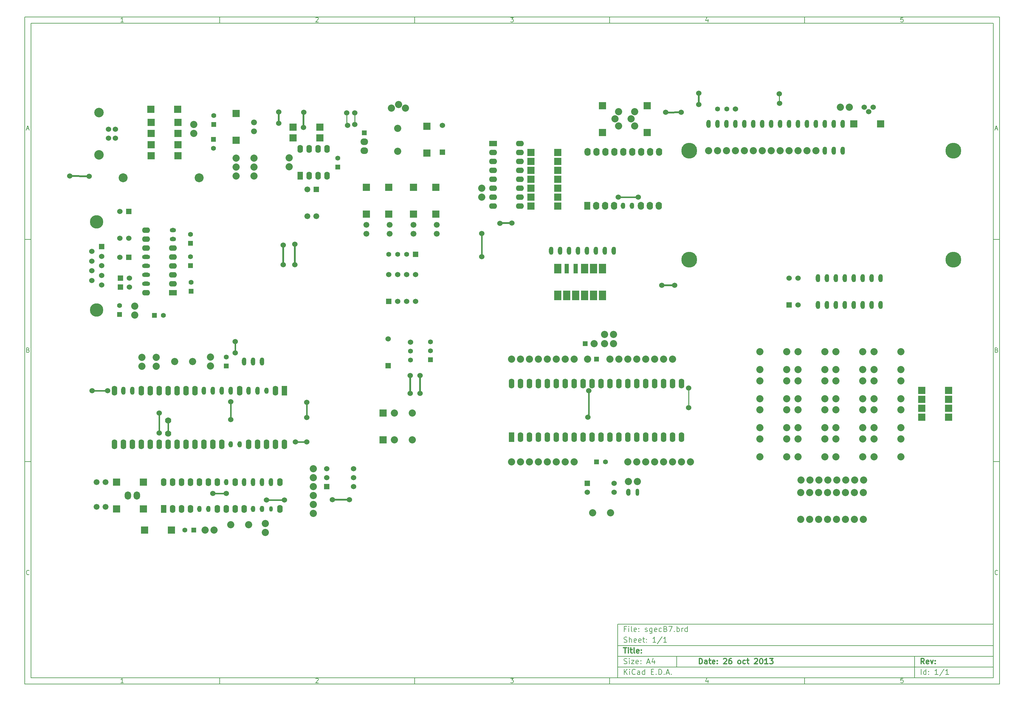
<source format=gtl>
G04 (created by PCBNEW-RS274X (2011-04-29 BZR 2986)-stable) date 10/26/2013 1:24:24 PM*
G01*
G70*
G90*
%MOIN*%
G04 Gerber Fmt 3.4, Leading zero omitted, Abs format*
%FSLAX34Y34*%
G04 APERTURE LIST*
%ADD10C,0.006000*%
%ADD11C,0.012000*%
%ADD12R,0.062000X0.110000*%
%ADD13O,0.062000X0.110000*%
%ADD14O,0.050000X0.070000*%
%ADD15O,0.050000X0.090000*%
%ADD16C,0.000400*%
%ADD17C,0.060000*%
%ADD18R,0.060000X0.060000*%
%ADD19C,0.080000*%
%ADD20O,0.050000X0.080000*%
%ADD21O,0.040000X0.080000*%
%ADD22R,0.080000X0.080000*%
%ADD23C,0.055000*%
%ADD24C,0.106300*%
%ADD25R,0.080000X0.110000*%
%ADD26R,0.050000X0.110000*%
%ADD27C,0.066000*%
%ADD28R,0.055000X0.055000*%
%ADD29C,0.177200*%
%ADD30C,0.100000*%
%ADD31O,0.070000X0.090000*%
%ADD32R,0.070000X0.090000*%
%ADD33R,0.062000X0.090000*%
%ADD34O,0.062000X0.090000*%
%ADD35O,0.040000X0.060000*%
%ADD36R,0.090000X0.062000*%
%ADD37O,0.090000X0.062000*%
%ADD38O,0.070000X0.050000*%
%ADD39O,0.090000X0.050000*%
%ADD40C,0.150000*%
%ADD41O,0.072000X0.092000*%
%ADD42O,0.085000X0.075000*%
%ADD43C,0.070000*%
%ADD44C,0.020000*%
%ADD45C,0.015000*%
%ADD46C,0.010000*%
G04 APERTURE END LIST*
G54D10*
X04000Y-04000D02*
X113000Y-04000D01*
X113000Y-78670D01*
X04000Y-78670D01*
X04000Y-04000D01*
X04700Y-04700D02*
X112300Y-04700D01*
X112300Y-77970D01*
X04700Y-77970D01*
X04700Y-04700D01*
X25800Y-04000D02*
X25800Y-04700D01*
X15043Y-04552D02*
X14757Y-04552D01*
X14900Y-04552D02*
X14900Y-04052D01*
X14852Y-04124D01*
X14805Y-04171D01*
X14757Y-04195D01*
X25800Y-78670D02*
X25800Y-77970D01*
X15043Y-78522D02*
X14757Y-78522D01*
X14900Y-78522D02*
X14900Y-78022D01*
X14852Y-78094D01*
X14805Y-78141D01*
X14757Y-78165D01*
X47600Y-04000D02*
X47600Y-04700D01*
X36557Y-04100D02*
X36581Y-04076D01*
X36629Y-04052D01*
X36748Y-04052D01*
X36795Y-04076D01*
X36819Y-04100D01*
X36843Y-04148D01*
X36843Y-04195D01*
X36819Y-04267D01*
X36533Y-04552D01*
X36843Y-04552D01*
X47600Y-78670D02*
X47600Y-77970D01*
X36557Y-78070D02*
X36581Y-78046D01*
X36629Y-78022D01*
X36748Y-78022D01*
X36795Y-78046D01*
X36819Y-78070D01*
X36843Y-78118D01*
X36843Y-78165D01*
X36819Y-78237D01*
X36533Y-78522D01*
X36843Y-78522D01*
X69400Y-04000D02*
X69400Y-04700D01*
X58333Y-04052D02*
X58643Y-04052D01*
X58476Y-04243D01*
X58548Y-04243D01*
X58595Y-04267D01*
X58619Y-04290D01*
X58643Y-04338D01*
X58643Y-04457D01*
X58619Y-04505D01*
X58595Y-04529D01*
X58548Y-04552D01*
X58405Y-04552D01*
X58357Y-04529D01*
X58333Y-04505D01*
X69400Y-78670D02*
X69400Y-77970D01*
X58333Y-78022D02*
X58643Y-78022D01*
X58476Y-78213D01*
X58548Y-78213D01*
X58595Y-78237D01*
X58619Y-78260D01*
X58643Y-78308D01*
X58643Y-78427D01*
X58619Y-78475D01*
X58595Y-78499D01*
X58548Y-78522D01*
X58405Y-78522D01*
X58357Y-78499D01*
X58333Y-78475D01*
X91200Y-04000D02*
X91200Y-04700D01*
X80395Y-04219D02*
X80395Y-04552D01*
X80276Y-04029D02*
X80157Y-04386D01*
X80467Y-04386D01*
X91200Y-78670D02*
X91200Y-77970D01*
X80395Y-78189D02*
X80395Y-78522D01*
X80276Y-77999D02*
X80157Y-78356D01*
X80467Y-78356D01*
X102219Y-04052D02*
X101981Y-04052D01*
X101957Y-04290D01*
X101981Y-04267D01*
X102029Y-04243D01*
X102148Y-04243D01*
X102195Y-04267D01*
X102219Y-04290D01*
X102243Y-04338D01*
X102243Y-04457D01*
X102219Y-04505D01*
X102195Y-04529D01*
X102148Y-04552D01*
X102029Y-04552D01*
X101981Y-04529D01*
X101957Y-04505D01*
X102219Y-78022D02*
X101981Y-78022D01*
X101957Y-78260D01*
X101981Y-78237D01*
X102029Y-78213D01*
X102148Y-78213D01*
X102195Y-78237D01*
X102219Y-78260D01*
X102243Y-78308D01*
X102243Y-78427D01*
X102219Y-78475D01*
X102195Y-78499D01*
X102148Y-78522D01*
X102029Y-78522D01*
X101981Y-78499D01*
X101957Y-78475D01*
X04000Y-28890D02*
X04700Y-28890D01*
X04231Y-16510D02*
X04469Y-16510D01*
X04184Y-16652D02*
X04350Y-16152D01*
X04517Y-16652D01*
X113000Y-28890D02*
X112300Y-28890D01*
X112531Y-16510D02*
X112769Y-16510D01*
X112484Y-16652D02*
X112650Y-16152D01*
X112817Y-16652D01*
X04000Y-53780D02*
X04700Y-53780D01*
X04386Y-41280D02*
X04457Y-41304D01*
X04481Y-41328D01*
X04505Y-41376D01*
X04505Y-41447D01*
X04481Y-41495D01*
X04457Y-41519D01*
X04410Y-41542D01*
X04219Y-41542D01*
X04219Y-41042D01*
X04386Y-41042D01*
X04433Y-41066D01*
X04457Y-41090D01*
X04481Y-41138D01*
X04481Y-41185D01*
X04457Y-41233D01*
X04433Y-41257D01*
X04386Y-41280D01*
X04219Y-41280D01*
X113000Y-53780D02*
X112300Y-53780D01*
X112686Y-41280D02*
X112757Y-41304D01*
X112781Y-41328D01*
X112805Y-41376D01*
X112805Y-41447D01*
X112781Y-41495D01*
X112757Y-41519D01*
X112710Y-41542D01*
X112519Y-41542D01*
X112519Y-41042D01*
X112686Y-41042D01*
X112733Y-41066D01*
X112757Y-41090D01*
X112781Y-41138D01*
X112781Y-41185D01*
X112757Y-41233D01*
X112733Y-41257D01*
X112686Y-41280D01*
X112519Y-41280D01*
X04505Y-66385D02*
X04481Y-66409D01*
X04410Y-66432D01*
X04362Y-66432D01*
X04290Y-66409D01*
X04243Y-66361D01*
X04219Y-66313D01*
X04195Y-66218D01*
X04195Y-66147D01*
X04219Y-66051D01*
X04243Y-66004D01*
X04290Y-65956D01*
X04362Y-65932D01*
X04410Y-65932D01*
X04481Y-65956D01*
X04505Y-65980D01*
X112805Y-66385D02*
X112781Y-66409D01*
X112710Y-66432D01*
X112662Y-66432D01*
X112590Y-66409D01*
X112543Y-66361D01*
X112519Y-66313D01*
X112495Y-66218D01*
X112495Y-66147D01*
X112519Y-66051D01*
X112543Y-66004D01*
X112590Y-65956D01*
X112662Y-65932D01*
X112710Y-65932D01*
X112781Y-65956D01*
X112805Y-65980D01*
G54D11*
X79443Y-76413D02*
X79443Y-75813D01*
X79586Y-75813D01*
X79671Y-75841D01*
X79729Y-75899D01*
X79757Y-75956D01*
X79786Y-76070D01*
X79786Y-76156D01*
X79757Y-76270D01*
X79729Y-76327D01*
X79671Y-76384D01*
X79586Y-76413D01*
X79443Y-76413D01*
X80300Y-76413D02*
X80300Y-76099D01*
X80271Y-76041D01*
X80214Y-76013D01*
X80100Y-76013D01*
X80043Y-76041D01*
X80300Y-76384D02*
X80243Y-76413D01*
X80100Y-76413D01*
X80043Y-76384D01*
X80014Y-76327D01*
X80014Y-76270D01*
X80043Y-76213D01*
X80100Y-76184D01*
X80243Y-76184D01*
X80300Y-76156D01*
X80500Y-76013D02*
X80729Y-76013D01*
X80586Y-75813D02*
X80586Y-76327D01*
X80614Y-76384D01*
X80672Y-76413D01*
X80729Y-76413D01*
X81157Y-76384D02*
X81100Y-76413D01*
X80986Y-76413D01*
X80929Y-76384D01*
X80900Y-76327D01*
X80900Y-76099D01*
X80929Y-76041D01*
X80986Y-76013D01*
X81100Y-76013D01*
X81157Y-76041D01*
X81186Y-76099D01*
X81186Y-76156D01*
X80900Y-76213D01*
X81443Y-76356D02*
X81471Y-76384D01*
X81443Y-76413D01*
X81414Y-76384D01*
X81443Y-76356D01*
X81443Y-76413D01*
X81443Y-76041D02*
X81471Y-76070D01*
X81443Y-76099D01*
X81414Y-76070D01*
X81443Y-76041D01*
X81443Y-76099D01*
X82157Y-75870D02*
X82186Y-75841D01*
X82243Y-75813D01*
X82386Y-75813D01*
X82443Y-75841D01*
X82472Y-75870D01*
X82500Y-75927D01*
X82500Y-75984D01*
X82472Y-76070D01*
X82129Y-76413D01*
X82500Y-76413D01*
X83014Y-75813D02*
X82900Y-75813D01*
X82843Y-75841D01*
X82814Y-75870D01*
X82757Y-75956D01*
X82728Y-76070D01*
X82728Y-76299D01*
X82757Y-76356D01*
X82785Y-76384D01*
X82843Y-76413D01*
X82957Y-76413D01*
X83014Y-76384D01*
X83043Y-76356D01*
X83071Y-76299D01*
X83071Y-76156D01*
X83043Y-76099D01*
X83014Y-76070D01*
X82957Y-76041D01*
X82843Y-76041D01*
X82785Y-76070D01*
X82757Y-76099D01*
X82728Y-76156D01*
X83871Y-76413D02*
X83813Y-76384D01*
X83785Y-76356D01*
X83756Y-76299D01*
X83756Y-76127D01*
X83785Y-76070D01*
X83813Y-76041D01*
X83871Y-76013D01*
X83956Y-76013D01*
X84013Y-76041D01*
X84042Y-76070D01*
X84071Y-76127D01*
X84071Y-76299D01*
X84042Y-76356D01*
X84013Y-76384D01*
X83956Y-76413D01*
X83871Y-76413D01*
X84585Y-76384D02*
X84528Y-76413D01*
X84414Y-76413D01*
X84356Y-76384D01*
X84328Y-76356D01*
X84299Y-76299D01*
X84299Y-76127D01*
X84328Y-76070D01*
X84356Y-76041D01*
X84414Y-76013D01*
X84528Y-76013D01*
X84585Y-76041D01*
X84756Y-76013D02*
X84985Y-76013D01*
X84842Y-75813D02*
X84842Y-76327D01*
X84870Y-76384D01*
X84928Y-76413D01*
X84985Y-76413D01*
X85613Y-75870D02*
X85642Y-75841D01*
X85699Y-75813D01*
X85842Y-75813D01*
X85899Y-75841D01*
X85928Y-75870D01*
X85956Y-75927D01*
X85956Y-75984D01*
X85928Y-76070D01*
X85585Y-76413D01*
X85956Y-76413D01*
X86327Y-75813D02*
X86384Y-75813D01*
X86441Y-75841D01*
X86470Y-75870D01*
X86499Y-75927D01*
X86527Y-76041D01*
X86527Y-76184D01*
X86499Y-76299D01*
X86470Y-76356D01*
X86441Y-76384D01*
X86384Y-76413D01*
X86327Y-76413D01*
X86270Y-76384D01*
X86241Y-76356D01*
X86213Y-76299D01*
X86184Y-76184D01*
X86184Y-76041D01*
X86213Y-75927D01*
X86241Y-75870D01*
X86270Y-75841D01*
X86327Y-75813D01*
X87098Y-76413D02*
X86755Y-76413D01*
X86927Y-76413D02*
X86927Y-75813D01*
X86870Y-75899D01*
X86812Y-75956D01*
X86755Y-75984D01*
X87298Y-75813D02*
X87669Y-75813D01*
X87469Y-76041D01*
X87555Y-76041D01*
X87612Y-76070D01*
X87641Y-76099D01*
X87669Y-76156D01*
X87669Y-76299D01*
X87641Y-76356D01*
X87612Y-76384D01*
X87555Y-76413D01*
X87383Y-76413D01*
X87326Y-76384D01*
X87298Y-76356D01*
G54D10*
X71043Y-77613D02*
X71043Y-77013D01*
X71386Y-77613D02*
X71129Y-77270D01*
X71386Y-77013D02*
X71043Y-77356D01*
X71643Y-77613D02*
X71643Y-77213D01*
X71643Y-77013D02*
X71614Y-77041D01*
X71643Y-77070D01*
X71671Y-77041D01*
X71643Y-77013D01*
X71643Y-77070D01*
X72272Y-77556D02*
X72243Y-77584D01*
X72157Y-77613D01*
X72100Y-77613D01*
X72015Y-77584D01*
X71957Y-77527D01*
X71929Y-77470D01*
X71900Y-77356D01*
X71900Y-77270D01*
X71929Y-77156D01*
X71957Y-77099D01*
X72015Y-77041D01*
X72100Y-77013D01*
X72157Y-77013D01*
X72243Y-77041D01*
X72272Y-77070D01*
X72786Y-77613D02*
X72786Y-77299D01*
X72757Y-77241D01*
X72700Y-77213D01*
X72586Y-77213D01*
X72529Y-77241D01*
X72786Y-77584D02*
X72729Y-77613D01*
X72586Y-77613D01*
X72529Y-77584D01*
X72500Y-77527D01*
X72500Y-77470D01*
X72529Y-77413D01*
X72586Y-77384D01*
X72729Y-77384D01*
X72786Y-77356D01*
X73329Y-77613D02*
X73329Y-77013D01*
X73329Y-77584D02*
X73272Y-77613D01*
X73158Y-77613D01*
X73100Y-77584D01*
X73072Y-77556D01*
X73043Y-77499D01*
X73043Y-77327D01*
X73072Y-77270D01*
X73100Y-77241D01*
X73158Y-77213D01*
X73272Y-77213D01*
X73329Y-77241D01*
X74072Y-77299D02*
X74272Y-77299D01*
X74358Y-77613D02*
X74072Y-77613D01*
X74072Y-77013D01*
X74358Y-77013D01*
X74615Y-77556D02*
X74643Y-77584D01*
X74615Y-77613D01*
X74586Y-77584D01*
X74615Y-77556D01*
X74615Y-77613D01*
X74901Y-77613D02*
X74901Y-77013D01*
X75044Y-77013D01*
X75129Y-77041D01*
X75187Y-77099D01*
X75215Y-77156D01*
X75244Y-77270D01*
X75244Y-77356D01*
X75215Y-77470D01*
X75187Y-77527D01*
X75129Y-77584D01*
X75044Y-77613D01*
X74901Y-77613D01*
X75501Y-77556D02*
X75529Y-77584D01*
X75501Y-77613D01*
X75472Y-77584D01*
X75501Y-77556D01*
X75501Y-77613D01*
X75758Y-77441D02*
X76044Y-77441D01*
X75701Y-77613D02*
X75901Y-77013D01*
X76101Y-77613D01*
X76301Y-77556D02*
X76329Y-77584D01*
X76301Y-77613D01*
X76272Y-77584D01*
X76301Y-77556D01*
X76301Y-77613D01*
G54D11*
X104586Y-76413D02*
X104386Y-76127D01*
X104243Y-76413D02*
X104243Y-75813D01*
X104471Y-75813D01*
X104529Y-75841D01*
X104557Y-75870D01*
X104586Y-75927D01*
X104586Y-76013D01*
X104557Y-76070D01*
X104529Y-76099D01*
X104471Y-76127D01*
X104243Y-76127D01*
X105071Y-76384D02*
X105014Y-76413D01*
X104900Y-76413D01*
X104843Y-76384D01*
X104814Y-76327D01*
X104814Y-76099D01*
X104843Y-76041D01*
X104900Y-76013D01*
X105014Y-76013D01*
X105071Y-76041D01*
X105100Y-76099D01*
X105100Y-76156D01*
X104814Y-76213D01*
X105300Y-76013D02*
X105443Y-76413D01*
X105585Y-76013D01*
X105814Y-76356D02*
X105842Y-76384D01*
X105814Y-76413D01*
X105785Y-76384D01*
X105814Y-76356D01*
X105814Y-76413D01*
X105814Y-76041D02*
X105842Y-76070D01*
X105814Y-76099D01*
X105785Y-76070D01*
X105814Y-76041D01*
X105814Y-76099D01*
G54D10*
X71014Y-76384D02*
X71100Y-76413D01*
X71243Y-76413D01*
X71300Y-76384D01*
X71329Y-76356D01*
X71357Y-76299D01*
X71357Y-76241D01*
X71329Y-76184D01*
X71300Y-76156D01*
X71243Y-76127D01*
X71129Y-76099D01*
X71071Y-76070D01*
X71043Y-76041D01*
X71014Y-75984D01*
X71014Y-75927D01*
X71043Y-75870D01*
X71071Y-75841D01*
X71129Y-75813D01*
X71271Y-75813D01*
X71357Y-75841D01*
X71614Y-76413D02*
X71614Y-76013D01*
X71614Y-75813D02*
X71585Y-75841D01*
X71614Y-75870D01*
X71642Y-75841D01*
X71614Y-75813D01*
X71614Y-75870D01*
X71843Y-76013D02*
X72157Y-76013D01*
X71843Y-76413D01*
X72157Y-76413D01*
X72614Y-76384D02*
X72557Y-76413D01*
X72443Y-76413D01*
X72386Y-76384D01*
X72357Y-76327D01*
X72357Y-76099D01*
X72386Y-76041D01*
X72443Y-76013D01*
X72557Y-76013D01*
X72614Y-76041D01*
X72643Y-76099D01*
X72643Y-76156D01*
X72357Y-76213D01*
X72900Y-76356D02*
X72928Y-76384D01*
X72900Y-76413D01*
X72871Y-76384D01*
X72900Y-76356D01*
X72900Y-76413D01*
X72900Y-76041D02*
X72928Y-76070D01*
X72900Y-76099D01*
X72871Y-76070D01*
X72900Y-76041D01*
X72900Y-76099D01*
X73614Y-76241D02*
X73900Y-76241D01*
X73557Y-76413D02*
X73757Y-75813D01*
X73957Y-76413D01*
X74414Y-76013D02*
X74414Y-76413D01*
X74271Y-75784D02*
X74128Y-76213D01*
X74500Y-76213D01*
X104243Y-77613D02*
X104243Y-77013D01*
X104786Y-77613D02*
X104786Y-77013D01*
X104786Y-77584D02*
X104729Y-77613D01*
X104615Y-77613D01*
X104557Y-77584D01*
X104529Y-77556D01*
X104500Y-77499D01*
X104500Y-77327D01*
X104529Y-77270D01*
X104557Y-77241D01*
X104615Y-77213D01*
X104729Y-77213D01*
X104786Y-77241D01*
X105072Y-77556D02*
X105100Y-77584D01*
X105072Y-77613D01*
X105043Y-77584D01*
X105072Y-77556D01*
X105072Y-77613D01*
X105072Y-77241D02*
X105100Y-77270D01*
X105072Y-77299D01*
X105043Y-77270D01*
X105072Y-77241D01*
X105072Y-77299D01*
X106129Y-77613D02*
X105786Y-77613D01*
X105958Y-77613D02*
X105958Y-77013D01*
X105901Y-77099D01*
X105843Y-77156D01*
X105786Y-77184D01*
X106814Y-76984D02*
X106300Y-77756D01*
X107329Y-77613D02*
X106986Y-77613D01*
X107158Y-77613D02*
X107158Y-77013D01*
X107101Y-77099D01*
X107043Y-77156D01*
X106986Y-77184D01*
G54D11*
X70957Y-74613D02*
X71300Y-74613D01*
X71129Y-75213D02*
X71129Y-74613D01*
X71500Y-75213D02*
X71500Y-74813D01*
X71500Y-74613D02*
X71471Y-74641D01*
X71500Y-74670D01*
X71528Y-74641D01*
X71500Y-74613D01*
X71500Y-74670D01*
X71700Y-74813D02*
X71929Y-74813D01*
X71786Y-74613D02*
X71786Y-75127D01*
X71814Y-75184D01*
X71872Y-75213D01*
X71929Y-75213D01*
X72215Y-75213D02*
X72157Y-75184D01*
X72129Y-75127D01*
X72129Y-74613D01*
X72671Y-75184D02*
X72614Y-75213D01*
X72500Y-75213D01*
X72443Y-75184D01*
X72414Y-75127D01*
X72414Y-74899D01*
X72443Y-74841D01*
X72500Y-74813D01*
X72614Y-74813D01*
X72671Y-74841D01*
X72700Y-74899D01*
X72700Y-74956D01*
X72414Y-75013D01*
X72957Y-75156D02*
X72985Y-75184D01*
X72957Y-75213D01*
X72928Y-75184D01*
X72957Y-75156D01*
X72957Y-75213D01*
X72957Y-74841D02*
X72985Y-74870D01*
X72957Y-74899D01*
X72928Y-74870D01*
X72957Y-74841D01*
X72957Y-74899D01*
G54D10*
X71243Y-72499D02*
X71043Y-72499D01*
X71043Y-72813D02*
X71043Y-72213D01*
X71329Y-72213D01*
X71557Y-72813D02*
X71557Y-72413D01*
X71557Y-72213D02*
X71528Y-72241D01*
X71557Y-72270D01*
X71585Y-72241D01*
X71557Y-72213D01*
X71557Y-72270D01*
X71929Y-72813D02*
X71871Y-72784D01*
X71843Y-72727D01*
X71843Y-72213D01*
X72385Y-72784D02*
X72328Y-72813D01*
X72214Y-72813D01*
X72157Y-72784D01*
X72128Y-72727D01*
X72128Y-72499D01*
X72157Y-72441D01*
X72214Y-72413D01*
X72328Y-72413D01*
X72385Y-72441D01*
X72414Y-72499D01*
X72414Y-72556D01*
X72128Y-72613D01*
X72671Y-72756D02*
X72699Y-72784D01*
X72671Y-72813D01*
X72642Y-72784D01*
X72671Y-72756D01*
X72671Y-72813D01*
X72671Y-72441D02*
X72699Y-72470D01*
X72671Y-72499D01*
X72642Y-72470D01*
X72671Y-72441D01*
X72671Y-72499D01*
X73385Y-72784D02*
X73442Y-72813D01*
X73557Y-72813D01*
X73614Y-72784D01*
X73642Y-72727D01*
X73642Y-72699D01*
X73614Y-72641D01*
X73557Y-72613D01*
X73471Y-72613D01*
X73414Y-72584D01*
X73385Y-72527D01*
X73385Y-72499D01*
X73414Y-72441D01*
X73471Y-72413D01*
X73557Y-72413D01*
X73614Y-72441D01*
X74157Y-72413D02*
X74157Y-72899D01*
X74128Y-72956D01*
X74100Y-72984D01*
X74043Y-73013D01*
X73957Y-73013D01*
X73900Y-72984D01*
X74157Y-72784D02*
X74100Y-72813D01*
X73986Y-72813D01*
X73928Y-72784D01*
X73900Y-72756D01*
X73871Y-72699D01*
X73871Y-72527D01*
X73900Y-72470D01*
X73928Y-72441D01*
X73986Y-72413D01*
X74100Y-72413D01*
X74157Y-72441D01*
X74671Y-72784D02*
X74614Y-72813D01*
X74500Y-72813D01*
X74443Y-72784D01*
X74414Y-72727D01*
X74414Y-72499D01*
X74443Y-72441D01*
X74500Y-72413D01*
X74614Y-72413D01*
X74671Y-72441D01*
X74700Y-72499D01*
X74700Y-72556D01*
X74414Y-72613D01*
X75214Y-72784D02*
X75157Y-72813D01*
X75043Y-72813D01*
X74985Y-72784D01*
X74957Y-72756D01*
X74928Y-72699D01*
X74928Y-72527D01*
X74957Y-72470D01*
X74985Y-72441D01*
X75043Y-72413D01*
X75157Y-72413D01*
X75214Y-72441D01*
X75671Y-72499D02*
X75757Y-72527D01*
X75785Y-72556D01*
X75814Y-72613D01*
X75814Y-72699D01*
X75785Y-72756D01*
X75757Y-72784D01*
X75699Y-72813D01*
X75471Y-72813D01*
X75471Y-72213D01*
X75671Y-72213D01*
X75728Y-72241D01*
X75757Y-72270D01*
X75785Y-72327D01*
X75785Y-72384D01*
X75757Y-72441D01*
X75728Y-72470D01*
X75671Y-72499D01*
X75471Y-72499D01*
X76014Y-72213D02*
X76414Y-72213D01*
X76157Y-72813D01*
X76642Y-72756D02*
X76670Y-72784D01*
X76642Y-72813D01*
X76613Y-72784D01*
X76642Y-72756D01*
X76642Y-72813D01*
X76928Y-72813D02*
X76928Y-72213D01*
X76928Y-72441D02*
X76985Y-72413D01*
X77099Y-72413D01*
X77156Y-72441D01*
X77185Y-72470D01*
X77214Y-72527D01*
X77214Y-72699D01*
X77185Y-72756D01*
X77156Y-72784D01*
X77099Y-72813D01*
X76985Y-72813D01*
X76928Y-72784D01*
X77471Y-72813D02*
X77471Y-72413D01*
X77471Y-72527D02*
X77499Y-72470D01*
X77528Y-72441D01*
X77585Y-72413D01*
X77642Y-72413D01*
X78099Y-72813D02*
X78099Y-72213D01*
X78099Y-72784D02*
X78042Y-72813D01*
X77928Y-72813D01*
X77870Y-72784D01*
X77842Y-72756D01*
X77813Y-72699D01*
X77813Y-72527D01*
X77842Y-72470D01*
X77870Y-72441D01*
X77928Y-72413D01*
X78042Y-72413D01*
X78099Y-72441D01*
X71014Y-73984D02*
X71100Y-74013D01*
X71243Y-74013D01*
X71300Y-73984D01*
X71329Y-73956D01*
X71357Y-73899D01*
X71357Y-73841D01*
X71329Y-73784D01*
X71300Y-73756D01*
X71243Y-73727D01*
X71129Y-73699D01*
X71071Y-73670D01*
X71043Y-73641D01*
X71014Y-73584D01*
X71014Y-73527D01*
X71043Y-73470D01*
X71071Y-73441D01*
X71129Y-73413D01*
X71271Y-73413D01*
X71357Y-73441D01*
X71614Y-74013D02*
X71614Y-73413D01*
X71871Y-74013D02*
X71871Y-73699D01*
X71842Y-73641D01*
X71785Y-73613D01*
X71700Y-73613D01*
X71642Y-73641D01*
X71614Y-73670D01*
X72385Y-73984D02*
X72328Y-74013D01*
X72214Y-74013D01*
X72157Y-73984D01*
X72128Y-73927D01*
X72128Y-73699D01*
X72157Y-73641D01*
X72214Y-73613D01*
X72328Y-73613D01*
X72385Y-73641D01*
X72414Y-73699D01*
X72414Y-73756D01*
X72128Y-73813D01*
X72899Y-73984D02*
X72842Y-74013D01*
X72728Y-74013D01*
X72671Y-73984D01*
X72642Y-73927D01*
X72642Y-73699D01*
X72671Y-73641D01*
X72728Y-73613D01*
X72842Y-73613D01*
X72899Y-73641D01*
X72928Y-73699D01*
X72928Y-73756D01*
X72642Y-73813D01*
X73099Y-73613D02*
X73328Y-73613D01*
X73185Y-73413D02*
X73185Y-73927D01*
X73213Y-73984D01*
X73271Y-74013D01*
X73328Y-74013D01*
X73528Y-73956D02*
X73556Y-73984D01*
X73528Y-74013D01*
X73499Y-73984D01*
X73528Y-73956D01*
X73528Y-74013D01*
X73528Y-73641D02*
X73556Y-73670D01*
X73528Y-73699D01*
X73499Y-73670D01*
X73528Y-73641D01*
X73528Y-73699D01*
X74585Y-74013D02*
X74242Y-74013D01*
X74414Y-74013D02*
X74414Y-73413D01*
X74357Y-73499D01*
X74299Y-73556D01*
X74242Y-73584D01*
X75270Y-73384D02*
X74756Y-74156D01*
X75785Y-74013D02*
X75442Y-74013D01*
X75614Y-74013D02*
X75614Y-73413D01*
X75557Y-73499D01*
X75499Y-73556D01*
X75442Y-73584D01*
X70300Y-71970D02*
X70300Y-77970D01*
X70300Y-71970D02*
X112300Y-71970D01*
X70300Y-71970D02*
X112300Y-71970D01*
X70300Y-74370D02*
X112300Y-74370D01*
X103500Y-75570D02*
X103500Y-77970D01*
X70300Y-76770D02*
X112300Y-76770D01*
X70300Y-75570D02*
X112300Y-75570D01*
X76900Y-75570D02*
X76900Y-76770D01*
G54D12*
X33035Y-45825D03*
G54D13*
X32035Y-45825D03*
G54D14*
X31035Y-45825D03*
G54D15*
X30035Y-45825D03*
X29035Y-45825D03*
G54D13*
X28035Y-45825D03*
G54D15*
X27035Y-45825D03*
X26035Y-45825D03*
X25035Y-45825D03*
X24035Y-45825D03*
G54D13*
X23035Y-45825D03*
X22035Y-45825D03*
X21035Y-45825D03*
X20035Y-45825D03*
X19035Y-45825D03*
X18035Y-45825D03*
X17035Y-45825D03*
G54D15*
X16035Y-45825D03*
X15035Y-45825D03*
G54D13*
X14035Y-45825D03*
X14035Y-51825D03*
X15035Y-51825D03*
X16035Y-51825D03*
X17035Y-51825D03*
X18035Y-51825D03*
X19035Y-51825D03*
X20035Y-51825D03*
X21035Y-51825D03*
X22035Y-51825D03*
X23035Y-51825D03*
X24035Y-51825D03*
X25035Y-51825D03*
X26035Y-51825D03*
G54D14*
X27035Y-51825D03*
X28035Y-51825D03*
G54D13*
X29035Y-51825D03*
X30035Y-51825D03*
X31035Y-51825D03*
X32035Y-51825D03*
X33035Y-51825D03*
G54D16*
X34035Y-54325D03*
G54D12*
X58440Y-51050D03*
G54D13*
X59440Y-51050D03*
X60440Y-51050D03*
X61440Y-51050D03*
X62440Y-51050D03*
X63440Y-51050D03*
X64440Y-51050D03*
X65440Y-51050D03*
X66440Y-51050D03*
X67440Y-51050D03*
X68440Y-51050D03*
X69440Y-51050D03*
X70440Y-51050D03*
X71440Y-51050D03*
X72440Y-51050D03*
X73440Y-51050D03*
X74440Y-51050D03*
X75440Y-51050D03*
X76440Y-51050D03*
X77440Y-51050D03*
X77440Y-45050D03*
X76440Y-45050D03*
X75440Y-45050D03*
X74440Y-45050D03*
X73440Y-45050D03*
X72440Y-45050D03*
X71440Y-45050D03*
X70440Y-45050D03*
X69440Y-45050D03*
X68440Y-45050D03*
X67440Y-45050D03*
X66440Y-45050D03*
X65440Y-45050D03*
X64440Y-45050D03*
X63440Y-45050D03*
X62440Y-45050D03*
X61440Y-45050D03*
X60440Y-45050D03*
X59440Y-45050D03*
X58440Y-45050D03*
G54D17*
X90470Y-33220D03*
X90470Y-36220D03*
G54D18*
X89470Y-36220D03*
G54D17*
X89470Y-33220D03*
G54D19*
X16310Y-37360D03*
X16310Y-36360D03*
X22900Y-17050D03*
X22900Y-16050D03*
X55120Y-24170D03*
X55120Y-23170D03*
X33560Y-20780D03*
X33560Y-19780D03*
X96220Y-14090D03*
X95220Y-14090D03*
X69845Y-40570D03*
X68845Y-40570D03*
X24785Y-43075D03*
X24785Y-42075D03*
X17120Y-42100D03*
X17120Y-43100D03*
X24160Y-61450D03*
X25160Y-61450D03*
X30910Y-60700D03*
X30910Y-61700D03*
X18720Y-42100D03*
X18720Y-43100D03*
X69841Y-39528D03*
X68841Y-39528D03*
X71500Y-56000D03*
X72500Y-56000D03*
G54D20*
X71500Y-57200D03*
G54D21*
X72500Y-57200D03*
G54D22*
X21150Y-15800D03*
X18150Y-15800D03*
X21150Y-17050D03*
X18150Y-17050D03*
G54D23*
X81490Y-14310D03*
X82498Y-14310D03*
G54D17*
X83490Y-14310D03*
G54D23*
X47130Y-42410D03*
X47130Y-41402D03*
G54D17*
X47130Y-40410D03*
X14150Y-17570D03*
X14150Y-16570D03*
X13363Y-16570D03*
X13363Y-17570D03*
G54D24*
X12300Y-19432D03*
X12300Y-14708D03*
G54D17*
X98380Y-14610D03*
X98880Y-14110D03*
X97880Y-14110D03*
G54D15*
X92720Y-36220D03*
X93720Y-36220D03*
X94720Y-36220D03*
X95720Y-36220D03*
X96720Y-36220D03*
X97720Y-36220D03*
X98720Y-36220D03*
X99720Y-36220D03*
X99720Y-33220D03*
X98720Y-33220D03*
X97720Y-33220D03*
X96720Y-33220D03*
X95720Y-33220D03*
X94720Y-33220D03*
X93720Y-33220D03*
X92720Y-33220D03*
G54D19*
X90780Y-60220D03*
X91780Y-60220D03*
X92780Y-60220D03*
X93780Y-60220D03*
X94780Y-60220D03*
X95780Y-60220D03*
X96780Y-60220D03*
X97780Y-60220D03*
X97780Y-57220D03*
X96780Y-57220D03*
X95780Y-57220D03*
X94780Y-57220D03*
X93780Y-57220D03*
X92780Y-57220D03*
X91780Y-57220D03*
X90780Y-57220D03*
G54D25*
X63620Y-35170D03*
X64620Y-35170D03*
X65620Y-35170D03*
X66620Y-35170D03*
X67620Y-35170D03*
X68620Y-35170D03*
X68620Y-32170D03*
X67620Y-32170D03*
X66620Y-32170D03*
G54D26*
X65620Y-32170D03*
X64620Y-32170D03*
G54D25*
X63620Y-32170D03*
G54D18*
X44710Y-35820D03*
G54D17*
X45710Y-35820D03*
X46710Y-35820D03*
X47710Y-35820D03*
X47710Y-32820D03*
X46710Y-32820D03*
X45710Y-32820D03*
X44710Y-32820D03*
G54D27*
X35600Y-26300D03*
X35600Y-23300D03*
G54D18*
X36600Y-23300D03*
G54D27*
X36600Y-26300D03*
G54D17*
X14640Y-28760D03*
X14640Y-25760D03*
G54D18*
X15640Y-25760D03*
G54D17*
X15640Y-28760D03*
G54D19*
X93470Y-44720D03*
X93470Y-46720D03*
X90470Y-44720D03*
X90470Y-46720D03*
X89220Y-44720D03*
X89220Y-46720D03*
X86220Y-44720D03*
X86220Y-46720D03*
X101970Y-47970D03*
X101970Y-49970D03*
X98970Y-47970D03*
X98970Y-49970D03*
X93470Y-41470D03*
X93470Y-43470D03*
X90470Y-41470D03*
X90470Y-43470D03*
X89220Y-41470D03*
X89220Y-43470D03*
X86220Y-41470D03*
X86220Y-43470D03*
X101970Y-44720D03*
X101970Y-46720D03*
X98970Y-44720D03*
X98970Y-46720D03*
X97720Y-44720D03*
X97720Y-46720D03*
X94720Y-44720D03*
X94720Y-46720D03*
X97720Y-47970D03*
X97720Y-49970D03*
X94720Y-47970D03*
X94720Y-49970D03*
X93470Y-47970D03*
X93470Y-49970D03*
X90470Y-47970D03*
X90470Y-49970D03*
X89220Y-47970D03*
X89220Y-49970D03*
X86220Y-47970D03*
X86220Y-49970D03*
X101970Y-51220D03*
X101970Y-53220D03*
X98970Y-51220D03*
X98970Y-53220D03*
X97720Y-51220D03*
X97720Y-53220D03*
X94720Y-51220D03*
X94720Y-53220D03*
X93470Y-51220D03*
X93470Y-53220D03*
X90470Y-51220D03*
X90470Y-53220D03*
X89220Y-51220D03*
X89220Y-53220D03*
X86220Y-51220D03*
X86220Y-53220D03*
X97720Y-41470D03*
X97720Y-43470D03*
X94720Y-41470D03*
X94720Y-43470D03*
X101970Y-41470D03*
X101970Y-43470D03*
X98970Y-41470D03*
X98970Y-43470D03*
X47340Y-51340D03*
X45340Y-51340D03*
X47340Y-48340D03*
X45340Y-48340D03*
X27650Y-19800D03*
X29650Y-19800D03*
X27650Y-20800D03*
X27650Y-21800D03*
X29650Y-21800D03*
X29650Y-20800D03*
X90810Y-55840D03*
X91810Y-55840D03*
X92810Y-55840D03*
X93810Y-55840D03*
X94810Y-55840D03*
X95810Y-55840D03*
X96810Y-55840D03*
X97810Y-55840D03*
X58440Y-53800D03*
X59440Y-53800D03*
X60440Y-53800D03*
X61440Y-53800D03*
X62440Y-53800D03*
X63440Y-53800D03*
X64440Y-53800D03*
X65440Y-53800D03*
X58440Y-42300D03*
X59440Y-42300D03*
X60440Y-42300D03*
X61440Y-42300D03*
X62440Y-42300D03*
X63440Y-42300D03*
X64440Y-42300D03*
X65440Y-42300D03*
G54D15*
X69870Y-30170D03*
X68870Y-30170D03*
X67870Y-30170D03*
X66870Y-30170D03*
X65870Y-30170D03*
X64870Y-30170D03*
X63870Y-30170D03*
X62870Y-30170D03*
G54D19*
X71440Y-53800D03*
X72440Y-53800D03*
X73440Y-53800D03*
X74440Y-53800D03*
X75440Y-53800D03*
X76440Y-53800D03*
X77440Y-53800D03*
X78440Y-53800D03*
X76440Y-42300D03*
X75440Y-42300D03*
X74440Y-42300D03*
X73440Y-42300D03*
X72440Y-42300D03*
X71440Y-42300D03*
X70440Y-42300D03*
X69440Y-42300D03*
X36285Y-54575D03*
X36285Y-55575D03*
X36285Y-56575D03*
X36285Y-57575D03*
X36285Y-58575D03*
X36285Y-59575D03*
G54D18*
X47710Y-30570D03*
G54D23*
X46710Y-30570D03*
X45710Y-30570D03*
X44710Y-30570D03*
G54D28*
X49380Y-42370D03*
G54D23*
X49380Y-41370D03*
X49380Y-40370D03*
G54D15*
X28535Y-42575D03*
X29535Y-42575D03*
X30535Y-42575D03*
G54D18*
X14720Y-33220D03*
G54D17*
X15720Y-33220D03*
G54D18*
X14720Y-34220D03*
G54D17*
X15720Y-34220D03*
G54D28*
X66670Y-40570D03*
G54D19*
X67670Y-40570D03*
G54D15*
X80470Y-15970D03*
X81470Y-15970D03*
X82470Y-15970D03*
X83470Y-15970D03*
X84470Y-15970D03*
X85470Y-15970D03*
X86470Y-15970D03*
X87470Y-15970D03*
X88470Y-15970D03*
X89470Y-15970D03*
X90470Y-15970D03*
X91470Y-15970D03*
X92470Y-15970D03*
X93470Y-15970D03*
X94470Y-15970D03*
X95470Y-15970D03*
G54D22*
X34020Y-16320D03*
X37020Y-16320D03*
X44090Y-48340D03*
X44090Y-51340D03*
X17285Y-59075D03*
X14285Y-59075D03*
X17285Y-56075D03*
X14285Y-56075D03*
X34020Y-17520D03*
X37020Y-17520D03*
X99720Y-15970D03*
X96720Y-15970D03*
X68620Y-16920D03*
X68620Y-13920D03*
X73620Y-16920D03*
X73620Y-13920D03*
X63620Y-25170D03*
X60620Y-25170D03*
X63620Y-24170D03*
X60620Y-24170D03*
X63620Y-23170D03*
X60620Y-23170D03*
X63620Y-22170D03*
X60620Y-22170D03*
X17410Y-61450D03*
X20410Y-61450D03*
X18120Y-14320D03*
X21120Y-14320D03*
X18150Y-19550D03*
X21150Y-19550D03*
X18150Y-18300D03*
X21150Y-18300D03*
X63620Y-21170D03*
X60620Y-21170D03*
X63620Y-19170D03*
X60620Y-19170D03*
X63620Y-20170D03*
X60620Y-20170D03*
X42210Y-23070D03*
X42210Y-26070D03*
X44710Y-23070D03*
X44710Y-26070D03*
X47460Y-23070D03*
X47460Y-26070D03*
X49960Y-23070D03*
X49960Y-26070D03*
X27650Y-17800D03*
X27650Y-14800D03*
X48970Y-16220D03*
X48970Y-19220D03*
G54D27*
X12035Y-56075D03*
X13035Y-56075D03*
X12035Y-58825D03*
X13035Y-58825D03*
X42210Y-27270D03*
X42210Y-28270D03*
X44810Y-27270D03*
X44810Y-28270D03*
X47460Y-27270D03*
X47460Y-28270D03*
X50060Y-27270D03*
X50060Y-28270D03*
X29650Y-15800D03*
X29650Y-16800D03*
G54D19*
X80470Y-18954D03*
X81470Y-18970D03*
X82470Y-18970D03*
X83470Y-18970D03*
X84470Y-18970D03*
X85470Y-18970D03*
X86470Y-18970D03*
X87470Y-18970D03*
X88470Y-18970D03*
X89470Y-18970D03*
X90470Y-18970D03*
X91470Y-18970D03*
X92470Y-18970D03*
G54D15*
X93470Y-18970D03*
X94470Y-18970D03*
X95470Y-18970D03*
G54D29*
X78305Y-18970D03*
X78305Y-31175D03*
X107832Y-18970D03*
X107832Y-31175D03*
G54D19*
X27035Y-60825D03*
X29035Y-60825D03*
X69500Y-59500D03*
X67500Y-59500D03*
X22785Y-42575D03*
X20785Y-42575D03*
G54D30*
X23510Y-22000D03*
X15010Y-22000D03*
G54D31*
X66927Y-19115D03*
X67927Y-19115D03*
X68927Y-19115D03*
X69927Y-19115D03*
X70930Y-19115D03*
X71930Y-19115D03*
X72930Y-19115D03*
X73930Y-19115D03*
G54D32*
X66917Y-25125D03*
G54D31*
X67920Y-25125D03*
X68920Y-25125D03*
X69920Y-25125D03*
G54D14*
X70920Y-25125D03*
X71920Y-25125D03*
G54D31*
X72920Y-25125D03*
X73920Y-25125D03*
X74930Y-19115D03*
X74920Y-25125D03*
G54D33*
X34810Y-21780D03*
G54D34*
X35810Y-21780D03*
X36810Y-21780D03*
X37810Y-21780D03*
X37810Y-18780D03*
X36810Y-18780D03*
X35810Y-18780D03*
X34810Y-18780D03*
X20535Y-59075D03*
X21535Y-59075D03*
X22535Y-59075D03*
G54D14*
X23535Y-59075D03*
X24535Y-59075D03*
G54D34*
X25535Y-59075D03*
X26535Y-59075D03*
X27535Y-59075D03*
X28535Y-59075D03*
G54D14*
X29535Y-59075D03*
X30535Y-59075D03*
G54D35*
X31535Y-59075D03*
G54D34*
X32535Y-59075D03*
G54D33*
X19535Y-59075D03*
G54D34*
X32535Y-56075D03*
G54D15*
X31535Y-56075D03*
X30535Y-56075D03*
X29535Y-56075D03*
X28535Y-56075D03*
G54D34*
X27535Y-56075D03*
G54D14*
X26535Y-56075D03*
G54D34*
X25535Y-56075D03*
X24535Y-56075D03*
X23535Y-56075D03*
X22535Y-56075D03*
X21535Y-56075D03*
X20535Y-56075D03*
X19535Y-56075D03*
G54D36*
X20560Y-34860D03*
G54D37*
X20560Y-33860D03*
X20560Y-32860D03*
X20560Y-31860D03*
X20560Y-30860D03*
X20560Y-29860D03*
G54D38*
X20560Y-28860D03*
X20560Y-27860D03*
G54D37*
X17560Y-27860D03*
X17560Y-28860D03*
X17560Y-29860D03*
G54D39*
X17560Y-30860D03*
X17560Y-31860D03*
X17560Y-32860D03*
X17560Y-33860D03*
G54D37*
X17560Y-34860D03*
G54D36*
X56370Y-18170D03*
G54D37*
X56370Y-19170D03*
X56370Y-20170D03*
X56370Y-21170D03*
X56370Y-22170D03*
X56370Y-23170D03*
X56370Y-24170D03*
X56370Y-25170D03*
X59370Y-25170D03*
X59370Y-24170D03*
X59370Y-23170D03*
X59370Y-22170D03*
X59370Y-21170D03*
X59370Y-20170D03*
X59370Y-19170D03*
X59370Y-18170D03*
G54D40*
X12050Y-26950D03*
X12050Y-36800D03*
G54D18*
X12600Y-29700D03*
G54D17*
X12600Y-30800D03*
X12600Y-31850D03*
X12600Y-32950D03*
X12600Y-34000D03*
X11500Y-30250D03*
X11500Y-31350D03*
X11500Y-32400D03*
X11500Y-33500D03*
G54D28*
X67940Y-42300D03*
G54D19*
X66940Y-42300D03*
G54D28*
X26535Y-43075D03*
G54D23*
X26535Y-42075D03*
G54D19*
X45720Y-19020D03*
X45720Y-16461D03*
G54D41*
X15535Y-57575D03*
X16535Y-57575D03*
G54D28*
X22910Y-61450D03*
G54D23*
X21910Y-61450D03*
G54D18*
X37785Y-56575D03*
G54D17*
X37785Y-55575D03*
X37785Y-54575D03*
X40785Y-56575D03*
X40785Y-55575D03*
X40785Y-54575D03*
G54D28*
X41970Y-16970D03*
G54D42*
X41970Y-17970D03*
X41970Y-18970D03*
G54D18*
X15630Y-30890D03*
G54D17*
X14630Y-30890D03*
X69900Y-57200D03*
X66900Y-57200D03*
G54D18*
X66900Y-56200D03*
G54D17*
X69900Y-56200D03*
G54D22*
X104300Y-46800D03*
X107300Y-46800D03*
X104300Y-45800D03*
X107300Y-45800D03*
X104300Y-47800D03*
X107300Y-47800D03*
X104300Y-48800D03*
X107300Y-48800D03*
G54D28*
X22550Y-29350D03*
G54D23*
X22550Y-28350D03*
G54D28*
X22550Y-31850D03*
G54D23*
X22550Y-30850D03*
G54D28*
X22600Y-34700D03*
G54D23*
X22600Y-33700D03*
G54D28*
X18500Y-37400D03*
G54D23*
X19500Y-37400D03*
G54D28*
X14600Y-37300D03*
G54D23*
X14600Y-36300D03*
G54D28*
X25150Y-16050D03*
G54D23*
X25150Y-15050D03*
G54D28*
X25100Y-17700D03*
G54D23*
X25100Y-18700D03*
G54D19*
X45013Y-14197D03*
X45800Y-13803D03*
X46587Y-14197D03*
X72197Y-16187D03*
X71803Y-15400D03*
X72197Y-14613D03*
X70397Y-16187D03*
X70003Y-15400D03*
X70397Y-14613D03*
G54D28*
X67950Y-53800D03*
G54D23*
X68950Y-53800D03*
G54D17*
X50700Y-16150D03*
G54D18*
X50700Y-19150D03*
G54D17*
X44650Y-40050D03*
G54D18*
X44650Y-43050D03*
G54D28*
X39000Y-20800D03*
G54D23*
X39000Y-19800D03*
G54D17*
X11220Y-21820D03*
X09050Y-21810D03*
X40320Y-58020D03*
X38420Y-58020D03*
X27035Y-47075D03*
G54D43*
X20030Y-50630D03*
G54D17*
X35535Y-51575D03*
X27035Y-49075D03*
G54D43*
X20040Y-49160D03*
G54D17*
X34285Y-51575D03*
X70370Y-24170D03*
X72620Y-24170D03*
X78250Y-47730D03*
X78230Y-45520D03*
X40120Y-16120D03*
X40020Y-14720D03*
X40920Y-14720D03*
X40920Y-16020D03*
X19035Y-48325D03*
X19035Y-50575D03*
X35530Y-47120D03*
X35530Y-48820D03*
X32410Y-14630D03*
X32410Y-15910D03*
X13285Y-45825D03*
X11535Y-45825D03*
X31035Y-58075D03*
X33035Y-58075D03*
X55120Y-28220D03*
X55120Y-30820D03*
X67070Y-45850D03*
X66990Y-48790D03*
X88370Y-12610D03*
X88400Y-13660D03*
X79360Y-12540D03*
X79380Y-13800D03*
X48220Y-44120D03*
X48220Y-46120D03*
X32920Y-31720D03*
X32920Y-29520D03*
X27540Y-40350D03*
X27540Y-41600D03*
X25035Y-57325D03*
X26535Y-57325D03*
X75230Y-34050D03*
X76660Y-34050D03*
X75680Y-14660D03*
X77410Y-14680D03*
X58490Y-27080D03*
X57130Y-27090D03*
X35200Y-14670D03*
X35180Y-16360D03*
X47120Y-44120D03*
X47120Y-46120D03*
X34220Y-31720D03*
X34220Y-29420D03*
G54D44*
X11220Y-21820D02*
X09050Y-21810D01*
X40320Y-58020D02*
X38420Y-58020D01*
G54D45*
X27035Y-49075D02*
X27035Y-47075D01*
X35535Y-51575D02*
X34285Y-51575D01*
X20030Y-50630D02*
X20040Y-50620D01*
X20040Y-50620D02*
X20040Y-49160D01*
X72620Y-24170D02*
X70370Y-24170D01*
G54D46*
X78230Y-45520D02*
X78250Y-45540D01*
X78250Y-45540D02*
X78250Y-47730D01*
X40120Y-16120D02*
X40020Y-16020D01*
X40020Y-16020D02*
X40020Y-14720D01*
X40920Y-16020D02*
X40920Y-14720D01*
G54D45*
X35530Y-48820D02*
X35530Y-47120D01*
X19035Y-50575D02*
X19035Y-48325D01*
G54D44*
X32410Y-15910D02*
X32410Y-14630D01*
G54D45*
X13285Y-45825D02*
X11535Y-45825D01*
X33035Y-58075D02*
X31035Y-58075D01*
X55120Y-28220D02*
X55120Y-30820D01*
X67070Y-48710D02*
X67070Y-45850D01*
X66990Y-48790D02*
X67070Y-48710D01*
G54D46*
X88370Y-13630D02*
X88370Y-12610D01*
X88400Y-13660D02*
X88370Y-13630D01*
G54D44*
X79360Y-13780D02*
X79360Y-12540D01*
X79380Y-13800D02*
X79360Y-13780D01*
X48220Y-46120D02*
X48220Y-44120D01*
X32920Y-31720D02*
X32920Y-29520D01*
G54D45*
X27540Y-40350D02*
X27540Y-41600D01*
X26535Y-57325D02*
X25035Y-57325D01*
G54D44*
X76660Y-34050D02*
X75230Y-34050D01*
X75680Y-14660D02*
X75830Y-14690D01*
X75830Y-14690D02*
X77410Y-14680D01*
X57140Y-27080D02*
X58490Y-27080D01*
X57130Y-27090D02*
X57140Y-27080D01*
X35200Y-14670D02*
X35180Y-14510D01*
X35180Y-14510D02*
X35180Y-16360D01*
X47120Y-44120D02*
X47120Y-46120D01*
X34220Y-31720D02*
X34220Y-29420D01*
M02*

</source>
